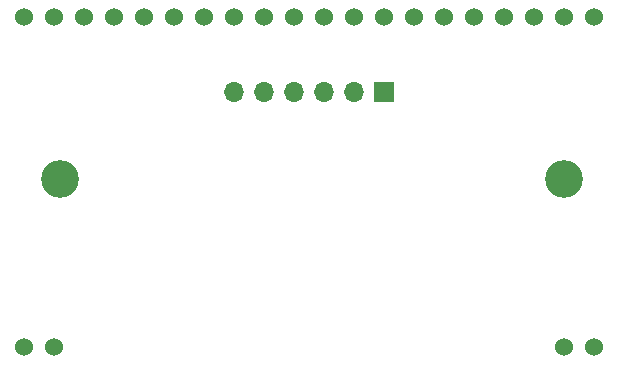
<source format=gbr>
G04 #@! TF.FileFunction,Soldermask,Bot*
%FSLAX46Y46*%
G04 Gerber Fmt 4.6, Leading zero omitted, Abs format (unit mm)*
G04 Created by KiCad (PCBNEW 4.0.0-rc1-stable) date 09/08/2017 17:43:47*
%MOMM*%
G01*
G04 APERTURE LIST*
%ADD10C,0.076200*%
%ADD11C,3.200000*%
%ADD12R,1.700000X1.700000*%
%ADD13O,1.700000X1.700000*%
%ADD14C,1.524000*%
G04 APERTURE END LIST*
D10*
D11*
X195580000Y-85852000D03*
D12*
X180340000Y-78486000D03*
D13*
X177800000Y-78486000D03*
X175260000Y-78486000D03*
X172720000Y-78486000D03*
X170180000Y-78486000D03*
X167640000Y-78486000D03*
D14*
X149860000Y-100076000D03*
X152400000Y-100076000D03*
X195580000Y-100076000D03*
X198120000Y-100076000D03*
X198120000Y-72136000D03*
X195580000Y-72136000D03*
X193040000Y-72136000D03*
X190500000Y-72136000D03*
X187960000Y-72136000D03*
X185420000Y-72136000D03*
X182880000Y-72136000D03*
X180340000Y-72136000D03*
X177800000Y-72136000D03*
X175260000Y-72136000D03*
X172720000Y-72136000D03*
X170180000Y-72136000D03*
X167640000Y-72136000D03*
X165100000Y-72136000D03*
X162560000Y-72136000D03*
X160020000Y-72136000D03*
X157480000Y-72136000D03*
X154940000Y-72136000D03*
X152400000Y-72136000D03*
X149860000Y-72136000D03*
D11*
X152908000Y-85852000D03*
M02*

</source>
